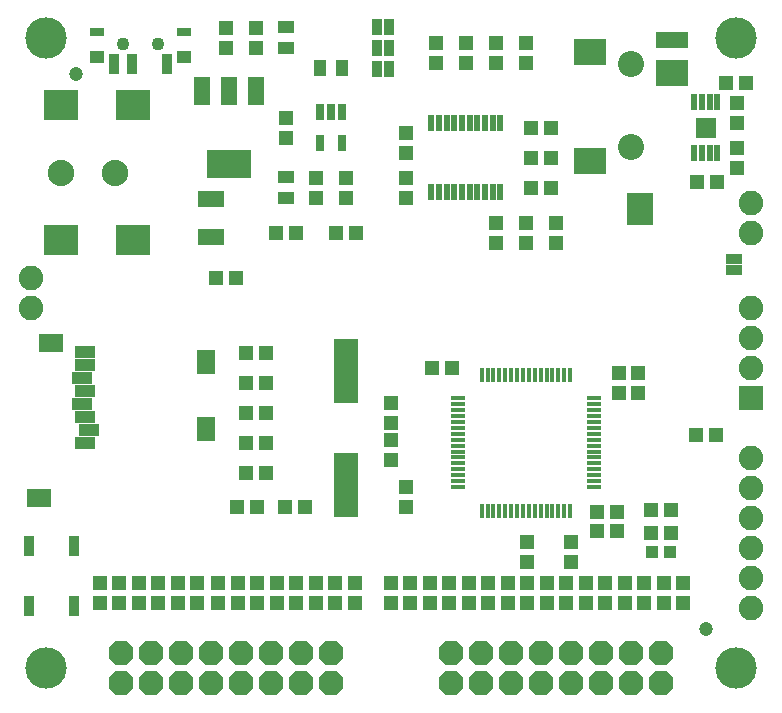
<source format=gbr>
G04 EAGLE Gerber RS-274X export*
G75*
%MOMM*%
%FSLAX34Y34*%
%LPD*%
%INSoldermask Top*%
%IPPOS*%
%AMOC8*
5,1,8,0,0,1.08239X$1,22.5*%
G01*
%ADD10R,3.003200X2.603200*%
%ADD11C,2.235200*%
%ADD12R,1.203200X0.423200*%
%ADD13R,0.423200X1.203200*%
%ADD14R,1.403200X1.003200*%
%ADD15R,0.753200X1.403200*%
%ADD16R,1.203200X1.303200*%
%ADD17R,1.003200X1.403200*%
%ADD18R,2.203200X1.403200*%
%ADD19R,1.303200X1.203200*%
%ADD20R,2.133600X5.537200*%
%ADD21R,0.603200X1.403200*%
%ADD22R,1.700000X1.750000*%
%ADD23R,2.703200X2.203200*%
%ADD24R,2.203200X2.703200*%
%ADD25R,2.703200X1.403200*%
%ADD26C,2.203200*%
%ADD27R,1.603200X2.003200*%
%ADD28R,2.103200X1.603200*%
%ADD29R,1.703200X1.003200*%
%ADD30R,1.003200X1.003200*%
%ADD31C,2.082800*%
%ADD32C,3.505200*%
%ADD33P,2.254402X8X22.500000*%
%ADD34R,2.082800X2.082800*%
%ADD35R,1.473200X0.838200*%
%ADD36R,0.838200X1.473200*%
%ADD37R,0.903200X1.703200*%
%ADD38R,1.203200X0.803200*%
%ADD39R,1.203200X1.003200*%
%ADD40C,1.103200*%
%ADD41R,0.965200X1.727200*%
%ADD42R,1.422400X2.438400*%
%ADD43R,3.803200X2.403200*%
%ADD44C,1.203200*%


D10*
X38100Y501500D03*
X38100Y387500D03*
X99100Y501500D03*
X99100Y387500D03*
D11*
X38100Y444500D03*
X83820Y444500D03*
D12*
X374300Y218400D03*
X374300Y213400D03*
X374300Y228400D03*
X374300Y238400D03*
X374300Y248400D03*
X374300Y223400D03*
X374300Y233400D03*
X374300Y243400D03*
X374300Y253400D03*
X374300Y203400D03*
X374300Y193400D03*
X374300Y183400D03*
X374300Y178400D03*
X374300Y188400D03*
X374300Y198400D03*
X374300Y208400D03*
D13*
X429300Y158400D03*
X434300Y158400D03*
X419300Y158400D03*
X409300Y158400D03*
X399300Y158400D03*
X424300Y158400D03*
X414300Y158400D03*
X404300Y158400D03*
X394300Y158400D03*
X444300Y158400D03*
X454300Y158400D03*
X464300Y158400D03*
X469300Y158400D03*
X459300Y158400D03*
X449300Y158400D03*
X439300Y158400D03*
D12*
X489300Y213400D03*
X489300Y218400D03*
X489300Y203400D03*
X489300Y193400D03*
X489300Y183400D03*
X489300Y208400D03*
X489300Y198400D03*
X489300Y188400D03*
X489300Y178400D03*
X489300Y228400D03*
X489300Y238400D03*
X489300Y248400D03*
X489300Y253400D03*
X489300Y243400D03*
X489300Y233400D03*
X489300Y223400D03*
D13*
X434300Y273400D03*
X429300Y273400D03*
X444300Y273400D03*
X454300Y273400D03*
X464300Y273400D03*
X439300Y273400D03*
X449300Y273400D03*
X459300Y273400D03*
X469300Y273400D03*
X419300Y273400D03*
X409300Y273400D03*
X399300Y273400D03*
X394300Y273400D03*
X404300Y273400D03*
X414300Y273400D03*
X424300Y273400D03*
D14*
X228600Y440800D03*
X228600Y422800D03*
D15*
X276200Y495601D03*
X266700Y495601D03*
X257200Y495601D03*
X257200Y469599D03*
X276200Y469599D03*
D14*
X228600Y549800D03*
X228600Y567800D03*
D16*
X254000Y440300D03*
X254000Y423300D03*
D17*
X275700Y533400D03*
X257700Y533400D03*
D18*
X165100Y422400D03*
X165100Y390400D03*
D16*
X433070Y114690D03*
X433070Y131690D03*
D19*
X237100Y393700D03*
X220100Y393700D03*
D16*
X510540Y258200D03*
X510540Y275200D03*
X330200Y178680D03*
X330200Y161680D03*
D19*
X491880Y140970D03*
X508880Y140970D03*
D16*
X279400Y440300D03*
X279400Y423300D03*
D19*
X491880Y157480D03*
X508880Y157480D03*
D20*
X279400Y180340D03*
X279400Y276860D03*
D16*
X317500Y232800D03*
X317500Y249800D03*
X317500Y218050D03*
X317500Y201050D03*
D19*
X352180Y279400D03*
X369180Y279400D03*
X287900Y393700D03*
X270900Y393700D03*
D16*
X527050Y258200D03*
X527050Y275200D03*
D19*
X194700Y292100D03*
X211700Y292100D03*
X194700Y266700D03*
X211700Y266700D03*
X194700Y241300D03*
X211700Y241300D03*
X194700Y215900D03*
X211700Y215900D03*
X194700Y190500D03*
X211700Y190500D03*
D21*
X410250Y486200D03*
X403750Y486200D03*
X397250Y486200D03*
X390750Y486200D03*
X384250Y486200D03*
X377750Y486200D03*
X371250Y486200D03*
X364750Y486200D03*
X358250Y486200D03*
X351750Y486200D03*
X351750Y428200D03*
X358250Y428200D03*
X364750Y428200D03*
X371250Y428200D03*
X377750Y428200D03*
X384250Y428200D03*
X390750Y428200D03*
X397250Y428200D03*
X403750Y428200D03*
X410250Y428200D03*
D16*
X431800Y554600D03*
X431800Y537600D03*
X330200Y440300D03*
X330200Y423300D03*
X406400Y385200D03*
X406400Y402200D03*
X406400Y554600D03*
X406400Y537600D03*
X381000Y537600D03*
X381000Y554600D03*
X330200Y478400D03*
X330200Y461400D03*
X355600Y554600D03*
X355600Y537600D03*
D19*
X436000Y482600D03*
X453000Y482600D03*
D16*
X431800Y385200D03*
X431800Y402200D03*
D19*
X436000Y431800D03*
X453000Y431800D03*
X436000Y457200D03*
X453000Y457200D03*
D21*
X574450Y461033D03*
X580950Y461033D03*
X587450Y461033D03*
X593950Y461033D03*
X593950Y504167D03*
X587450Y504167D03*
X580950Y504167D03*
X574450Y504167D03*
D22*
X584200Y482600D03*
D19*
X593970Y436880D03*
X576970Y436880D03*
D16*
X457200Y385200D03*
X457200Y402200D03*
X610870Y448700D03*
X610870Y465700D03*
X610870Y486800D03*
X610870Y503800D03*
D19*
X618100Y520700D03*
X601100Y520700D03*
D23*
X486200Y546500D03*
X486200Y454500D03*
X555200Y528500D03*
D24*
X528200Y414000D03*
D25*
X555200Y556500D03*
D26*
X520700Y536500D03*
X520700Y466500D03*
D27*
X161100Y227300D03*
X161100Y284300D03*
D28*
X29600Y300300D03*
X19600Y168800D03*
D29*
X58100Y215400D03*
X62100Y226400D03*
X58100Y237400D03*
X56100Y248400D03*
X58100Y259400D03*
X56100Y270400D03*
X58100Y281400D03*
X58100Y292400D03*
D19*
X554600Y158750D03*
X537600Y158750D03*
X575700Y222250D03*
X592700Y222250D03*
D16*
X177800Y550300D03*
X177800Y567300D03*
D19*
X186300Y355600D03*
X169300Y355600D03*
X537600Y139700D03*
X554600Y139700D03*
D30*
X538600Y123190D03*
X553600Y123190D03*
D16*
X469900Y131690D03*
X469900Y114690D03*
D31*
X622300Y393700D03*
X622300Y419100D03*
X622300Y203200D03*
X622300Y177800D03*
X622300Y152400D03*
X622300Y127000D03*
X622300Y101600D03*
X622300Y76200D03*
D32*
X25400Y25400D03*
X609600Y25400D03*
X25400Y558800D03*
X609600Y558800D03*
D33*
X88900Y12700D03*
X88900Y38100D03*
X114300Y12700D03*
X114300Y38100D03*
X139700Y12700D03*
X139700Y38100D03*
X165100Y12700D03*
X165100Y38100D03*
X190500Y12700D03*
X190500Y38100D03*
X215900Y12700D03*
X215900Y38100D03*
X241300Y12700D03*
X241300Y38100D03*
X266700Y12700D03*
X266700Y38100D03*
D19*
X227720Y161290D03*
X244720Y161290D03*
D16*
X71120Y80400D03*
X71120Y97400D03*
X104140Y80400D03*
X104140Y97400D03*
X137160Y80400D03*
X137160Y97400D03*
X171450Y80400D03*
X171450Y97400D03*
X204470Y80400D03*
X204470Y97400D03*
X237490Y80400D03*
X237490Y97400D03*
X270510Y80400D03*
X270510Y97400D03*
X287020Y80400D03*
X287020Y97400D03*
X254000Y80400D03*
X254000Y97400D03*
X220980Y80400D03*
X220980Y97400D03*
X187960Y80400D03*
X187960Y97400D03*
X153670Y80400D03*
X153670Y97400D03*
X120650Y80400D03*
X120650Y97400D03*
X87630Y80400D03*
X87630Y97400D03*
D19*
X204080Y161290D03*
X187080Y161290D03*
D34*
X622300Y254000D03*
D31*
X622300Y279400D03*
X622300Y304800D03*
X622300Y330200D03*
D35*
X608330Y362530D03*
X608330Y371530D03*
D33*
X368300Y12700D03*
X368300Y38100D03*
X393700Y12700D03*
X393700Y38100D03*
X419100Y12700D03*
X419100Y38100D03*
X444500Y12700D03*
X444500Y38100D03*
X469900Y12700D03*
X469900Y38100D03*
X495300Y12700D03*
X495300Y38100D03*
X520700Y12700D03*
X520700Y38100D03*
X546100Y12700D03*
X546100Y38100D03*
D16*
X317500Y80400D03*
X317500Y97400D03*
X350520Y80400D03*
X350520Y97400D03*
X383540Y80400D03*
X383540Y97400D03*
X416560Y80400D03*
X416560Y97400D03*
X449580Y80400D03*
X449580Y97400D03*
X482600Y80400D03*
X482600Y97400D03*
X515620Y80400D03*
X515620Y97400D03*
X548640Y80400D03*
X548640Y97400D03*
X565150Y80400D03*
X565150Y97400D03*
X532130Y80400D03*
X532130Y97400D03*
X499110Y80400D03*
X499110Y97400D03*
X466090Y80400D03*
X466090Y97400D03*
X433070Y80400D03*
X433070Y97400D03*
X400050Y80400D03*
X400050Y97400D03*
X367030Y80400D03*
X367030Y97400D03*
X334010Y80400D03*
X334010Y97400D03*
D36*
X306070Y532130D03*
X316230Y532130D03*
X316230Y549910D03*
X306070Y549910D03*
X306070Y567690D03*
X316230Y567690D03*
D37*
X82910Y536220D03*
X97910Y536220D03*
X127910Y536220D03*
D38*
X68910Y563720D03*
D39*
X68910Y542720D03*
D38*
X141910Y563720D03*
D39*
X141910Y542720D03*
D40*
X90410Y553720D03*
X120410Y553720D03*
D41*
X11430Y77470D03*
X11430Y128270D03*
X49530Y77470D03*
X49530Y128270D03*
D16*
X228600Y474100D03*
X228600Y491100D03*
X203200Y567300D03*
X203200Y550300D03*
D42*
X203454Y513588D03*
X180340Y513588D03*
X157226Y513588D03*
D43*
X180340Y451610D03*
D31*
X12700Y330200D03*
X12700Y355600D03*
D44*
X50800Y528320D03*
X584200Y58420D03*
M02*

</source>
